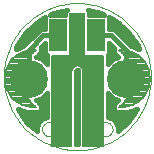
<source format=gtl>
G75*
%MOIN*%
%OFA0B0*%
%FSLAX24Y24*%
%IPPOS*%
%LPD*%
%AMOC8*
5,1,8,0,0,1.08239X$1,22.5*
%
%ADD10C,0.0000*%
%ADD11C,0.0010*%
%ADD12C,0.1266*%
%ADD13C,0.0080*%
%ADD14R,0.0318X0.0318*%
%ADD15R,0.0600X0.1102*%
%ADD16C,0.0050*%
%ADD17C,0.0160*%
D10*
X001396Y001875D02*
X001398Y001905D01*
X001404Y001935D01*
X001413Y001964D01*
X001426Y001991D01*
X001443Y002016D01*
X001462Y002039D01*
X001485Y002060D01*
X001510Y002077D01*
X001536Y002091D01*
X001565Y002101D01*
X001594Y002108D01*
X001624Y002111D01*
X001655Y002110D01*
X001685Y002105D01*
X001714Y002096D01*
X001741Y002084D01*
X001767Y002069D01*
X001791Y002050D01*
X001812Y002028D01*
X001830Y002004D01*
X001845Y001977D01*
X001856Y001949D01*
X001864Y001920D01*
X001868Y001890D01*
X001868Y001860D01*
X001864Y001830D01*
X001856Y001801D01*
X001845Y001773D01*
X001830Y001746D01*
X001812Y001722D01*
X001791Y001700D01*
X001767Y001681D01*
X001741Y001666D01*
X001714Y001654D01*
X001685Y001645D01*
X001655Y001640D01*
X001624Y001639D01*
X001594Y001642D01*
X001565Y001649D01*
X001536Y001659D01*
X001510Y001673D01*
X001485Y001690D01*
X001462Y001711D01*
X001443Y001734D01*
X001426Y001759D01*
X001413Y001786D01*
X001404Y001815D01*
X001398Y001845D01*
X001396Y001875D01*
X003271Y001875D02*
X003273Y001905D01*
X003279Y001935D01*
X003288Y001964D01*
X003301Y001991D01*
X003318Y002016D01*
X003337Y002039D01*
X003360Y002060D01*
X003385Y002077D01*
X003411Y002091D01*
X003440Y002101D01*
X003469Y002108D01*
X003499Y002111D01*
X003530Y002110D01*
X003560Y002105D01*
X003589Y002096D01*
X003616Y002084D01*
X003642Y002069D01*
X003666Y002050D01*
X003687Y002028D01*
X003705Y002004D01*
X003720Y001977D01*
X003731Y001949D01*
X003739Y001920D01*
X003743Y001890D01*
X003743Y001860D01*
X003739Y001830D01*
X003731Y001801D01*
X003720Y001773D01*
X003705Y001746D01*
X003687Y001722D01*
X003666Y001700D01*
X003642Y001681D01*
X003616Y001666D01*
X003589Y001654D01*
X003560Y001645D01*
X003530Y001640D01*
X003499Y001639D01*
X003469Y001642D01*
X003440Y001649D01*
X003411Y001659D01*
X003385Y001673D01*
X003360Y001690D01*
X003337Y001711D01*
X003318Y001734D01*
X003301Y001759D01*
X003288Y001786D01*
X003279Y001815D01*
X003273Y001845D01*
X003271Y001875D01*
D11*
X000119Y003625D02*
X000121Y003724D01*
X000127Y003822D01*
X000137Y003920D01*
X000151Y004018D01*
X000169Y004115D01*
X000190Y004211D01*
X000216Y004307D01*
X000245Y004401D01*
X000278Y004494D01*
X000315Y004585D01*
X000356Y004675D01*
X000400Y004764D01*
X000447Y004850D01*
X000498Y004934D01*
X000553Y005017D01*
X000610Y005097D01*
X000671Y005174D01*
X000735Y005250D01*
X000802Y005322D01*
X000872Y005392D01*
X000944Y005459D01*
X001020Y005523D01*
X001097Y005584D01*
X001177Y005641D01*
X001260Y005696D01*
X001344Y005747D01*
X001430Y005794D01*
X001519Y005838D01*
X001609Y005879D01*
X001700Y005916D01*
X001793Y005949D01*
X001887Y005978D01*
X001983Y006004D01*
X002079Y006025D01*
X002176Y006043D01*
X002274Y006057D01*
X002372Y006067D01*
X002470Y006073D01*
X002569Y006075D01*
X002668Y006073D01*
X002766Y006067D01*
X002864Y006057D01*
X002962Y006043D01*
X003059Y006025D01*
X003155Y006004D01*
X003251Y005978D01*
X003345Y005949D01*
X003438Y005916D01*
X003529Y005879D01*
X003619Y005838D01*
X003708Y005794D01*
X003794Y005747D01*
X003878Y005696D01*
X003961Y005641D01*
X004041Y005584D01*
X004118Y005523D01*
X004194Y005459D01*
X004266Y005392D01*
X004336Y005322D01*
X004403Y005250D01*
X004467Y005174D01*
X004528Y005097D01*
X004585Y005017D01*
X004640Y004934D01*
X004691Y004850D01*
X004738Y004764D01*
X004782Y004675D01*
X004823Y004585D01*
X004860Y004494D01*
X004893Y004401D01*
X004922Y004307D01*
X004948Y004211D01*
X004969Y004115D01*
X004987Y004018D01*
X005001Y003920D01*
X005011Y003822D01*
X005017Y003724D01*
X005019Y003625D01*
X005017Y003526D01*
X005011Y003428D01*
X005001Y003330D01*
X004987Y003232D01*
X004969Y003135D01*
X004948Y003039D01*
X004922Y002943D01*
X004893Y002849D01*
X004860Y002756D01*
X004823Y002665D01*
X004782Y002575D01*
X004738Y002486D01*
X004691Y002400D01*
X004640Y002316D01*
X004585Y002233D01*
X004528Y002153D01*
X004467Y002076D01*
X004403Y002000D01*
X004336Y001928D01*
X004266Y001858D01*
X004194Y001791D01*
X004118Y001727D01*
X004041Y001666D01*
X003961Y001609D01*
X003878Y001554D01*
X003794Y001503D01*
X003708Y001456D01*
X003619Y001412D01*
X003529Y001371D01*
X003438Y001334D01*
X003345Y001301D01*
X003251Y001272D01*
X003155Y001246D01*
X003059Y001225D01*
X002962Y001207D01*
X002864Y001193D01*
X002766Y001183D01*
X002668Y001177D01*
X002569Y001175D01*
X002470Y001177D01*
X002372Y001183D01*
X002274Y001193D01*
X002176Y001207D01*
X002079Y001225D01*
X001983Y001246D01*
X001887Y001272D01*
X001793Y001301D01*
X001700Y001334D01*
X001609Y001371D01*
X001519Y001412D01*
X001430Y001456D01*
X001344Y001503D01*
X001260Y001554D01*
X001177Y001609D01*
X001097Y001666D01*
X001020Y001727D01*
X000944Y001791D01*
X000872Y001858D01*
X000802Y001928D01*
X000735Y002000D01*
X000671Y002076D01*
X000610Y002153D01*
X000553Y002233D01*
X000498Y002316D01*
X000447Y002400D01*
X000400Y002486D01*
X000356Y002575D01*
X000315Y002665D01*
X000278Y002756D01*
X000245Y002849D01*
X000216Y002943D01*
X000190Y003039D01*
X000169Y003135D01*
X000151Y003232D01*
X000137Y003330D01*
X000127Y003428D01*
X000121Y003526D01*
X000119Y003625D01*
D12*
X000944Y003562D03*
X004194Y003562D03*
D13*
X004428Y003558D02*
X004982Y003558D01*
X004982Y003562D02*
X004974Y003705D01*
X004944Y003845D01*
X004893Y003978D01*
X004822Y004102D01*
X004733Y004214D01*
X004628Y004311D01*
X004509Y004391D01*
X004380Y004451D01*
X004243Y004492D01*
X004101Y004510D01*
X003958Y004507D01*
X004085Y004397D01*
X004196Y004270D01*
X004287Y004128D01*
X004356Y003975D01*
X004404Y003813D01*
X004428Y003646D01*
X004428Y003478D01*
X004404Y003311D01*
X004356Y003150D01*
X004287Y002997D01*
X004196Y002855D01*
X004085Y002728D01*
X003958Y002617D01*
X004101Y002614D01*
X004243Y002633D01*
X004380Y002673D01*
X004509Y002734D01*
X004628Y002814D01*
X004733Y002911D01*
X004822Y003022D01*
X004893Y003146D01*
X004944Y003280D01*
X004974Y003420D01*
X004982Y003562D01*
X004977Y003480D02*
X004428Y003480D01*
X004417Y003401D02*
X004970Y003401D01*
X004953Y003323D02*
X004405Y003323D01*
X004384Y003244D02*
X004930Y003244D01*
X004900Y003166D02*
X004361Y003166D01*
X004328Y003087D02*
X004859Y003087D01*
X004811Y003009D02*
X004292Y003009D01*
X004244Y002930D02*
X004749Y002930D01*
X004669Y002852D02*
X004193Y002852D01*
X004125Y002773D02*
X004568Y002773D01*
X004426Y002695D02*
X004047Y002695D01*
X004009Y002616D02*
X004116Y002616D01*
X004428Y003637D02*
X004978Y003637D01*
X004971Y003715D02*
X004418Y003715D01*
X004407Y003794D02*
X004955Y003794D01*
X004933Y003872D02*
X004386Y003872D01*
X004363Y003951D02*
X004903Y003951D01*
X004863Y004029D02*
X004331Y004029D01*
X004296Y004108D02*
X004817Y004108D01*
X004755Y004186D02*
X004249Y004186D01*
X004199Y004265D02*
X004678Y004265D01*
X004580Y004343D02*
X004132Y004343D01*
X004057Y004422D02*
X004443Y004422D01*
X004177Y004500D02*
X003966Y004500D01*
X001181Y004507D02*
X001054Y004397D01*
X000943Y004270D01*
X000852Y004128D01*
X000783Y003975D01*
X000735Y003813D01*
X000711Y003646D01*
X000711Y003478D01*
X000735Y003311D01*
X000783Y003150D01*
X000852Y002997D01*
X000943Y002855D01*
X001054Y002728D01*
X001181Y002617D01*
X001038Y002614D01*
X000896Y002633D01*
X000759Y002673D01*
X000630Y002734D01*
X000511Y002814D01*
X000406Y002911D01*
X000317Y003022D01*
X000246Y003146D01*
X000195Y003280D01*
X000165Y003420D01*
X000157Y003562D01*
X000165Y003705D01*
X000195Y003845D01*
X000246Y003978D01*
X000317Y004102D01*
X000406Y004214D01*
X000511Y004311D01*
X000630Y004391D01*
X000759Y004451D01*
X000896Y004492D01*
X001038Y004510D01*
X001181Y004507D01*
X001173Y004500D02*
X000962Y004500D01*
X001082Y004422D02*
X000696Y004422D01*
X000559Y004343D02*
X001007Y004343D01*
X000940Y004265D02*
X000461Y004265D01*
X000384Y004186D02*
X000890Y004186D01*
X000843Y004108D02*
X000322Y004108D01*
X000276Y004029D02*
X000808Y004029D01*
X000776Y003951D02*
X000236Y003951D01*
X000206Y003872D02*
X000753Y003872D01*
X000732Y003794D02*
X000184Y003794D01*
X000168Y003715D02*
X000721Y003715D01*
X000711Y003637D02*
X000161Y003637D01*
X000157Y003558D02*
X000711Y003558D01*
X000711Y003480D02*
X000162Y003480D01*
X000169Y003401D02*
X000722Y003401D01*
X000734Y003323D02*
X000186Y003323D01*
X000209Y003244D02*
X000755Y003244D01*
X000778Y003166D02*
X000239Y003166D01*
X000280Y003087D02*
X000811Y003087D01*
X000847Y003009D02*
X000328Y003009D01*
X000390Y002930D02*
X000895Y002930D01*
X000946Y002852D02*
X000470Y002852D01*
X000571Y002773D02*
X001014Y002773D01*
X001092Y002695D02*
X000713Y002695D01*
X001023Y002616D02*
X001130Y002616D01*
D14*
X002471Y004409D03*
X002471Y004606D03*
X002471Y004803D03*
X002471Y005000D03*
X002471Y005197D03*
X002471Y005394D03*
X002471Y005590D03*
X002668Y005590D03*
X002668Y005394D03*
X002668Y005197D03*
X002668Y005000D03*
X002668Y004803D03*
X002668Y004606D03*
X002668Y004409D03*
D15*
X003199Y005000D03*
X001939Y005000D03*
D16*
X002394Y005005D02*
X002744Y005005D01*
X002744Y005053D02*
X002394Y005053D01*
X002394Y005102D02*
X002744Y005102D01*
X002744Y005150D02*
X002394Y005150D01*
X002394Y005199D02*
X002744Y005199D01*
X002744Y005247D02*
X002394Y005247D01*
X002394Y005296D02*
X002744Y005296D01*
X002744Y005344D02*
X002394Y005344D01*
X002394Y005393D02*
X002744Y005393D01*
X002744Y005441D02*
X002394Y005441D01*
X002394Y005490D02*
X002744Y005490D01*
X002744Y005538D02*
X002394Y005538D01*
X002394Y005587D02*
X002744Y005587D01*
X002744Y005635D02*
X002394Y005635D01*
X002394Y005675D02*
X002394Y004300D01*
X001719Y004300D01*
X001719Y001300D01*
X002369Y001300D01*
X002369Y003800D01*
X002375Y003844D01*
X002389Y003887D01*
X002413Y003925D01*
X002445Y003956D01*
X002483Y003980D01*
X002525Y003995D01*
X002569Y004000D01*
X002614Y003995D01*
X002656Y003980D01*
X002694Y003956D01*
X002726Y003925D01*
X002750Y003887D01*
X002764Y003844D01*
X002769Y003800D01*
X002769Y001300D01*
X003419Y001300D01*
X003419Y004300D01*
X002744Y004300D01*
X002744Y005675D01*
X002394Y005675D01*
X002394Y004956D02*
X002744Y004956D01*
X002744Y004908D02*
X002394Y004908D01*
X002394Y004859D02*
X002744Y004859D01*
X002744Y004811D02*
X002394Y004811D01*
X002394Y004762D02*
X002744Y004762D01*
X002744Y004714D02*
X002394Y004714D01*
X002394Y004665D02*
X002744Y004665D01*
X002744Y004617D02*
X002394Y004617D01*
X002394Y004568D02*
X002744Y004568D01*
X002744Y004520D02*
X002394Y004520D01*
X002394Y004471D02*
X002744Y004471D01*
X002744Y004423D02*
X002394Y004423D01*
X002394Y004374D02*
X002744Y004374D01*
X002744Y004326D02*
X002394Y004326D01*
X002501Y003986D02*
X001719Y003986D01*
X001719Y003938D02*
X002426Y003938D01*
X002391Y003889D02*
X001719Y003889D01*
X001719Y003841D02*
X002374Y003841D01*
X002369Y003792D02*
X001719Y003792D01*
X001719Y003744D02*
X002369Y003744D01*
X002369Y003695D02*
X001719Y003695D01*
X001719Y003647D02*
X002369Y003647D01*
X002369Y003598D02*
X001719Y003598D01*
X001719Y003550D02*
X002369Y003550D01*
X002369Y003501D02*
X001719Y003501D01*
X001719Y003453D02*
X002369Y003453D01*
X002369Y003404D02*
X001719Y003404D01*
X001719Y003356D02*
X002369Y003356D01*
X002369Y003307D02*
X001719Y003307D01*
X001719Y003259D02*
X002369Y003259D01*
X002369Y003210D02*
X001719Y003210D01*
X001719Y003162D02*
X002369Y003162D01*
X002369Y003113D02*
X001719Y003113D01*
X001719Y003065D02*
X002369Y003065D01*
X002369Y003016D02*
X001719Y003016D01*
X001719Y002968D02*
X002369Y002968D01*
X002369Y002919D02*
X001719Y002919D01*
X001719Y002871D02*
X002369Y002871D01*
X002369Y002822D02*
X001719Y002822D01*
X001719Y002774D02*
X002369Y002774D01*
X002369Y002725D02*
X001719Y002725D01*
X001719Y002677D02*
X002369Y002677D01*
X002369Y002628D02*
X001719Y002628D01*
X001719Y002580D02*
X002369Y002580D01*
X002369Y002531D02*
X001719Y002531D01*
X001719Y002483D02*
X002369Y002483D01*
X002369Y002434D02*
X001719Y002434D01*
X001719Y002386D02*
X002369Y002386D01*
X002369Y002337D02*
X001719Y002337D01*
X001719Y002289D02*
X002369Y002289D01*
X002369Y002240D02*
X001719Y002240D01*
X001719Y002192D02*
X002369Y002192D01*
X002369Y002143D02*
X001719Y002143D01*
X001719Y002095D02*
X002369Y002095D01*
X002369Y002046D02*
X001719Y002046D01*
X001719Y001998D02*
X002369Y001998D01*
X002369Y001949D02*
X001719Y001949D01*
X001719Y001901D02*
X002369Y001901D01*
X002369Y001852D02*
X001719Y001852D01*
X001719Y001804D02*
X002369Y001804D01*
X002369Y001755D02*
X001719Y001755D01*
X001719Y001707D02*
X002369Y001707D01*
X002369Y001658D02*
X001719Y001658D01*
X001719Y001610D02*
X002369Y001610D01*
X002369Y001561D02*
X001719Y001561D01*
X001719Y001513D02*
X002369Y001513D01*
X002369Y001464D02*
X001719Y001464D01*
X001719Y001416D02*
X002369Y001416D01*
X002369Y001367D02*
X001719Y001367D01*
X001719Y001319D02*
X002369Y001319D01*
X002769Y001319D02*
X003419Y001319D01*
X003419Y001367D02*
X002769Y001367D01*
X002769Y001416D02*
X003419Y001416D01*
X003419Y001464D02*
X002769Y001464D01*
X002769Y001513D02*
X003419Y001513D01*
X003419Y001561D02*
X002769Y001561D01*
X002769Y001610D02*
X003419Y001610D01*
X003419Y001658D02*
X002769Y001658D01*
X002769Y001707D02*
X003419Y001707D01*
X003419Y001755D02*
X002769Y001755D01*
X002769Y001804D02*
X003419Y001804D01*
X003419Y001852D02*
X002769Y001852D01*
X002769Y001901D02*
X003419Y001901D01*
X003419Y001949D02*
X002769Y001949D01*
X002769Y001998D02*
X003419Y001998D01*
X003419Y002046D02*
X002769Y002046D01*
X002769Y002095D02*
X003419Y002095D01*
X003419Y002143D02*
X002769Y002143D01*
X002769Y002192D02*
X003419Y002192D01*
X003419Y002240D02*
X002769Y002240D01*
X002769Y002289D02*
X003419Y002289D01*
X003419Y002337D02*
X002769Y002337D01*
X002769Y002386D02*
X003419Y002386D01*
X003419Y002434D02*
X002769Y002434D01*
X002769Y002483D02*
X003419Y002483D01*
X003419Y002531D02*
X002769Y002531D01*
X002769Y002580D02*
X003419Y002580D01*
X003419Y002628D02*
X002769Y002628D01*
X002769Y002677D02*
X003419Y002677D01*
X003419Y002725D02*
X002769Y002725D01*
X002769Y002774D02*
X003419Y002774D01*
X003419Y002822D02*
X002769Y002822D01*
X002769Y002871D02*
X003419Y002871D01*
X003419Y002919D02*
X002769Y002919D01*
X002769Y002968D02*
X003419Y002968D01*
X003419Y003016D02*
X002769Y003016D01*
X002769Y003065D02*
X003419Y003065D01*
X003419Y003113D02*
X002769Y003113D01*
X002769Y003162D02*
X003419Y003162D01*
X003419Y003210D02*
X002769Y003210D01*
X002769Y003259D02*
X003419Y003259D01*
X003419Y003307D02*
X002769Y003307D01*
X002769Y003356D02*
X003419Y003356D01*
X003419Y003404D02*
X002769Y003404D01*
X002769Y003453D02*
X003419Y003453D01*
X003419Y003501D02*
X002769Y003501D01*
X002769Y003550D02*
X003419Y003550D01*
X003419Y003598D02*
X002769Y003598D01*
X002769Y003647D02*
X003419Y003647D01*
X003419Y003695D02*
X002769Y003695D01*
X002769Y003744D02*
X003419Y003744D01*
X003419Y003792D02*
X002769Y003792D01*
X002765Y003841D02*
X003419Y003841D01*
X003419Y003889D02*
X002748Y003889D01*
X002713Y003938D02*
X003419Y003938D01*
X003419Y003986D02*
X002638Y003986D01*
X003419Y004035D02*
X001719Y004035D01*
X001719Y004083D02*
X003419Y004083D01*
X003419Y004132D02*
X001719Y004132D01*
X001719Y004180D02*
X003419Y004180D01*
X003419Y004229D02*
X001719Y004229D01*
X001719Y004277D02*
X003419Y004277D01*
D17*
X001216Y001820D02*
X000874Y002123D01*
X000578Y002552D01*
X000591Y002543D01*
X000607Y002546D01*
X000629Y002535D01*
X000637Y002521D01*
X000695Y002504D01*
X000750Y002479D01*
X000765Y002484D01*
X000789Y002477D01*
X000799Y002464D01*
X000859Y002456D01*
X000917Y002439D01*
X000931Y002447D01*
X000956Y002444D01*
X000967Y002433D01*
X001028Y002434D01*
X001088Y002426D01*
X001101Y002436D01*
X001115Y002436D01*
X001119Y002433D01*
X001189Y002438D01*
X001259Y002439D01*
X001263Y002443D01*
X001268Y002443D01*
X001314Y002496D01*
X001362Y002547D01*
X001362Y002552D01*
X001366Y002556D01*
X001361Y002626D01*
X001359Y002696D01*
X001355Y002699D01*
X001355Y002704D01*
X001302Y002750D01*
X001251Y002799D01*
X001246Y002799D01*
X001206Y002834D01*
X001382Y002907D01*
X001554Y003079D01*
X001554Y002291D01*
X001549Y002291D01*
X001396Y002228D01*
X001279Y002111D01*
X001216Y001958D01*
X001216Y001820D01*
X001216Y001917D02*
X001106Y001917D01*
X001265Y002076D02*
X000927Y002076D01*
X000797Y002234D02*
X001412Y002234D01*
X001554Y002393D02*
X000688Y002393D01*
X000579Y002551D02*
X000578Y002551D01*
X001289Y002868D02*
X001554Y002868D01*
X001554Y002710D02*
X001349Y002710D01*
X001362Y002551D02*
X001554Y002551D01*
X001554Y003027D02*
X001502Y003027D01*
X000944Y003562D02*
X000944Y004512D01*
X001433Y005000D01*
X001939Y005000D01*
X001499Y005220D02*
X001342Y005220D01*
X000853Y004732D01*
X000853Y004732D01*
X000763Y004641D01*
X000750Y004646D01*
X000695Y004620D01*
X000637Y004603D01*
X000629Y004589D01*
X000607Y004579D01*
X000591Y004582D01*
X000541Y004548D01*
X000509Y004533D01*
X000564Y004677D01*
X000874Y005127D01*
X001283Y005489D01*
X001499Y005603D01*
X001499Y005220D01*
X001499Y005246D02*
X001008Y005246D01*
X000847Y005087D02*
X001209Y005087D01*
X001051Y004929D02*
X000737Y004929D01*
X000628Y004770D02*
X000892Y004770D01*
X000666Y004612D02*
X000539Y004612D01*
X001187Y005404D02*
X001499Y005404D01*
X001499Y005563D02*
X001424Y005563D01*
X001668Y005691D02*
X001766Y005743D01*
X002219Y005854D01*
X002172Y005807D01*
X002172Y005691D01*
X001668Y005691D01*
X001726Y005721D02*
X002172Y005721D01*
X002920Y005854D02*
X003373Y005743D01*
X003471Y005691D01*
X002967Y005691D01*
X002967Y005807D01*
X002920Y005854D01*
X002967Y005721D02*
X003413Y005721D01*
X003639Y005603D02*
X003856Y005489D01*
X004265Y005127D01*
X004575Y004677D01*
X004630Y004533D01*
X004598Y004548D01*
X004548Y004582D01*
X004532Y004579D01*
X004510Y004589D01*
X004502Y004603D01*
X004444Y004620D01*
X004389Y004646D01*
X004374Y004641D01*
X004361Y004645D01*
X003786Y005220D01*
X003639Y005220D01*
X003639Y005603D01*
X003639Y005563D02*
X003715Y005563D01*
X003639Y005404D02*
X003952Y005404D01*
X004131Y005246D02*
X003639Y005246D01*
X003694Y005000D02*
X004194Y004500D01*
X004194Y003562D01*
X003933Y002834D02*
X003757Y002907D01*
X003584Y003079D01*
X003584Y002291D01*
X003590Y002291D01*
X003743Y002228D01*
X003860Y002111D01*
X003923Y001958D01*
X003923Y001820D01*
X004265Y002123D01*
X004561Y002552D01*
X004548Y002543D01*
X004532Y002546D01*
X004510Y002535D01*
X004502Y002521D01*
X004444Y002504D01*
X004389Y002479D01*
X004374Y002484D01*
X004350Y002477D01*
X004340Y002464D01*
X004280Y002456D01*
X004222Y002439D01*
X004208Y002447D01*
X004183Y002444D01*
X004172Y002433D01*
X004111Y002434D01*
X004051Y002426D01*
X004038Y002436D01*
X004024Y002436D01*
X004020Y002433D01*
X003950Y002438D01*
X003880Y002439D01*
X003876Y002443D01*
X003871Y002443D01*
X003825Y002496D01*
X003777Y002547D01*
X003777Y002552D01*
X003773Y002556D01*
X003778Y002626D01*
X003780Y002696D01*
X003784Y002699D01*
X003784Y002704D01*
X003837Y002750D01*
X003888Y002799D01*
X003893Y002799D01*
X003933Y002834D01*
X003850Y002868D02*
X003584Y002868D01*
X003584Y002710D02*
X003790Y002710D01*
X003777Y002551D02*
X003584Y002551D01*
X003584Y002393D02*
X004451Y002393D01*
X004560Y002551D02*
X004561Y002551D01*
X004342Y002234D02*
X003727Y002234D01*
X003874Y002076D02*
X004212Y002076D01*
X004033Y001917D02*
X003923Y001917D01*
X003637Y003027D02*
X003584Y003027D01*
X003584Y004046D02*
X003584Y004336D01*
X003639Y004391D01*
X003639Y004744D01*
X003791Y004592D01*
X003777Y004578D01*
X003777Y004573D01*
X003773Y004569D01*
X003778Y004499D01*
X003780Y004429D01*
X003784Y004425D01*
X003784Y004420D01*
X003837Y004374D01*
X003888Y004326D01*
X003893Y004326D01*
X003933Y004291D01*
X003757Y004218D01*
X003584Y004046D01*
X003584Y004136D02*
X003675Y004136D01*
X003584Y004295D02*
X003928Y004295D01*
X003779Y004453D02*
X003639Y004453D01*
X003639Y004612D02*
X003771Y004612D01*
X003694Y005000D02*
X003199Y005000D01*
X003918Y005087D02*
X004292Y005087D01*
X004402Y004929D02*
X004077Y004929D01*
X004235Y004770D02*
X004511Y004770D01*
X004473Y004612D02*
X004600Y004612D01*
X002600Y003815D02*
X002603Y003807D01*
X002604Y003791D01*
X002604Y001376D01*
X002534Y001376D01*
X002534Y003791D01*
X002536Y003807D01*
X002539Y003815D01*
X002543Y003821D01*
X002548Y003826D01*
X002555Y003830D01*
X002562Y003833D01*
X002569Y003834D01*
X002577Y003833D01*
X002584Y003830D01*
X002591Y003826D01*
X002596Y003821D01*
X002600Y003815D01*
X002597Y003819D02*
X002542Y003819D01*
X002534Y003661D02*
X002604Y003661D01*
X002604Y003502D02*
X002534Y003502D01*
X002534Y003344D02*
X002604Y003344D01*
X002604Y003185D02*
X002534Y003185D01*
X002534Y003027D02*
X002604Y003027D01*
X002604Y002868D02*
X002534Y002868D01*
X002534Y002710D02*
X002604Y002710D01*
X002604Y002551D02*
X002534Y002551D01*
X002534Y002393D02*
X002604Y002393D01*
X002604Y002234D02*
X002534Y002234D01*
X002534Y002076D02*
X002604Y002076D01*
X002604Y001917D02*
X002534Y001917D01*
X002534Y001759D02*
X002604Y001759D01*
X002604Y001600D02*
X002534Y001600D01*
X002534Y001442D02*
X002604Y001442D01*
X001554Y004046D02*
X001382Y004218D01*
X001206Y004291D01*
X001246Y004326D01*
X001251Y004326D01*
X001302Y004374D01*
X001355Y004420D01*
X001355Y004425D01*
X001359Y004429D01*
X001361Y004499D01*
X001366Y004569D01*
X001362Y004573D01*
X001362Y004578D01*
X001342Y004598D01*
X001499Y004755D01*
X001499Y004391D01*
X001554Y004336D01*
X001554Y004231D01*
X001554Y004046D01*
X001554Y004136D02*
X001464Y004136D01*
X001554Y004295D02*
X001211Y004295D01*
X001360Y004453D02*
X001499Y004453D01*
X001499Y004612D02*
X001356Y004612D01*
M02*

</source>
